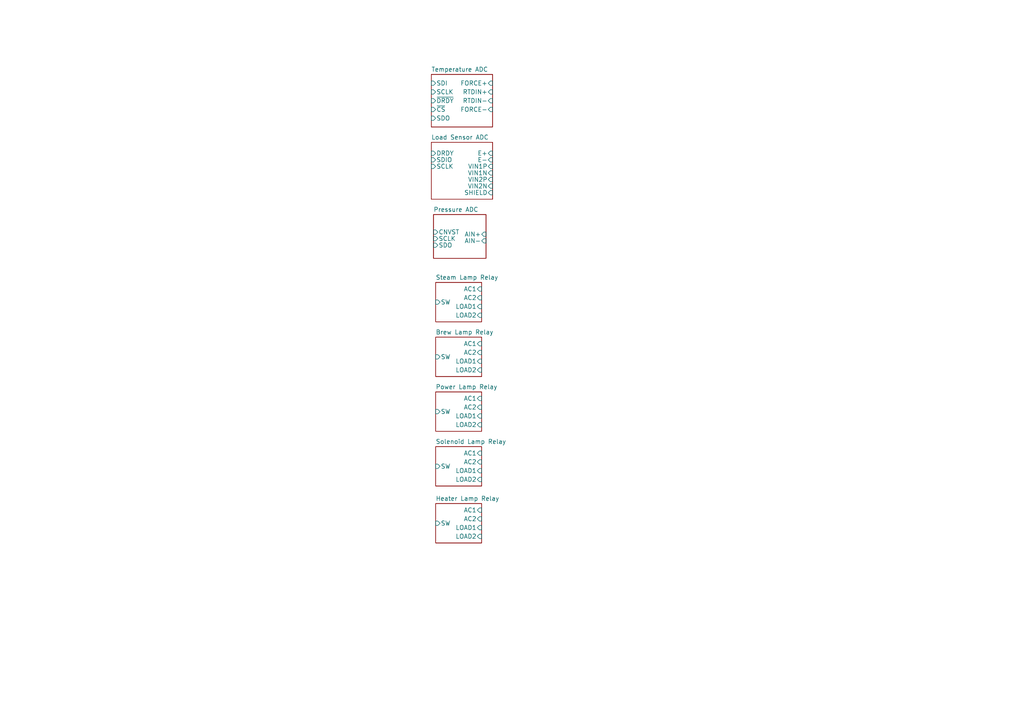
<source format=kicad_sch>
(kicad_sch (version 20211123) (generator eeschema)
  (paper "A4")
  (lib_symbols)
  (sheet (at 125.095 21.59) (size 17.78 15.24) (stroke (width 0.1524))
    (property "Sheet name" "Temperature ADC" (at 125.095 20.8784 0) (effects (justify left bottom)))
    (property "Sheet file" "temperature_adc.kicad_sch" (effects hide))
    (pin "SDI" input (at 125.095 24.13 180))
    (pin "SCLK" input (at 125.095 26.67 180))
    (pin "~{DRDY}" input (at 125.095 29.21 180))
    (pin "~{CS}" input (at 125.095 31.75 180))
    (pin "SDO" input (at 125.095 34.29 180))
    (pin "RTDIN+" input (at 142.875 26.67 0))
    (pin "FORCE+" input (at 142.875 24.13 0))
    (pin "RTDIN-" input (at 142.875 29.21 0))
    (pin "FORCE-" input (at 142.875 31.75 0))
  )
  (sheet (at 126.365 146.05) (size 13.335 11.43) (stroke (width 0.1524))
    (property "Sheet name" "Heater Lamp Relay" (at 126.365 145.3384 0) (effects (justify left bottom)))
    (property "Sheet file" "heater_relay.kicad_sch" (effects hide))
    (pin "SW" input (at 126.365 151.765 180))
    (pin "AC1" input (at 139.7 147.955 0))
    (pin "LOAD2" input (at 139.7 155.575 0))
    (pin "LOAD1" input (at 139.7 153.035 0))
    (pin "AC2" input (at 139.7 150.495 0))
  )
  (sheet (at 125.73 62.23) (size 15.24 12.7) (stroke (width 0.1524))
    (property "Sheet name" "Pressure ADC" (at 125.73 61.5184 0) (effects (justify left bottom)))
    (property "Sheet file" "pressure_adc.kicad_sch" (effects hide))
    (pin "AIN+" input (at 140.97 67.945 0))
    (pin "AIN-" input (at 140.97 69.85 0))
    (pin "SDO" input (at 125.73 71.12 180))
    (pin "CNVST" input (at 125.73 67.31 180))
    (pin "SCLK" input (at 125.73 69.215 180))
  )
  (sheet (at 126.365 97.79) (size 13.335 11.43) (stroke (width 0.1524))
    (property "Sheet name" "Brew Lamp Relay" (at 126.365 97.0784 0) (effects (justify left bottom)))
    (property "Sheet file" "lamp_relay.kicad_sch" (effects hide))
    (pin "SW" input (at 126.365 103.505 180))
    (pin "AC1" input (at 139.7 99.695 0))
    (pin "LOAD2" input (at 139.7 107.315 0))
    (pin "LOAD1" input (at 139.7 104.775 0))
    (pin "AC2" input (at 139.7 102.235 0))
  )
  (sheet (at 126.365 129.54) (size 13.335 11.43) (stroke (width 0.1524))
    (property "Sheet name" "Solenoid Lamp Relay" (at 126.365 128.8284 0) (effects (justify left bottom)))
    (property "Sheet file" "lamp_relay.kicad_sch" (effects hide))
    (pin "SW" input (at 126.365 135.255 180))
    (pin "AC1" input (at 139.7 131.445 0))
    (pin "LOAD2" input (at 139.7 139.065 0))
    (pin "LOAD1" input (at 139.7 136.525 0))
    (pin "AC2" input (at 139.7 133.985 0))
  )
  (sheet (at 126.365 81.915) (size 13.335 11.43) (stroke (width 0.1524))
    (property "Sheet name" "Steam Lamp Relay" (at 126.365 81.2034 0) (effects (justify left bottom)))
    (property "Sheet file" "lamp_relay.kicad_sch" (effects hide))
    (pin "SW" input (at 126.365 87.63 180))
    (pin "AC1" input (at 139.7 83.82 0))
    (pin "LOAD2" input (at 139.7 91.44 0))
    (pin "LOAD1" input (at 139.7 88.9 0))
    (pin "AC2" input (at 139.7 86.36 0))
  )
  (sheet (at 125.095 41.275) (size 17.78 16.51) (stroke (width 0.1524))
    (property "Sheet name" "Load Sensor ADC" (at 125.095 40.5634 0) (effects (justify left bottom)))
    (property "Sheet file" "load_sensor_adc.kicad_sch" (effects hide))
    (pin "DRDY" input (at 125.095 44.45 180))
    (pin "SDIO" input (at 125.095 46.355 180))
    (pin "SCLK" input (at 125.095 48.26 180))
    (pin "E+" input (at 142.875 44.45 0))
    (pin "VIN2P" input (at 142.875 52.07 0))
    (pin "VIN1P" input (at 142.875 48.26 0))
    (pin "VIN2N" input (at 142.875 53.975 0))
    (pin "VIN1N" input (at 142.875 50.165 0))
    (pin "E-" input (at 142.875 46.355 0))
    (pin "SHIELD" input (at 142.875 55.88 0))
  )
  (sheet (at 126.365 113.665) (size 13.335 11.43) (stroke (width 0.1524))
    (property "Sheet name" "Power Lamp Relay" (at 126.365 112.9534 0) (effects (justify left bottom)))
    (property "Sheet file" "lamp_relay.kicad_sch" (effects hide))
    (pin "SW" input (at 126.365 119.38 180))
    (pin "AC1" input (at 139.7 115.57 0))
    (pin "LOAD2" input (at 139.7 123.19 0))
    (pin "LOAD1" input (at 139.7 120.65 0))
    (pin "AC2" input (at 139.7 118.11 0))
  )
)
</source>
